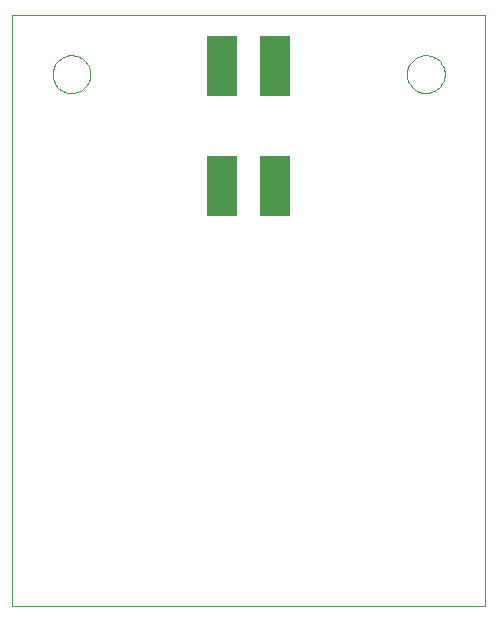
<source format=gbp>
G75*
%MOIN*%
%OFA0B0*%
%FSLAX24Y24*%
%IPPOS*%
%LPD*%
%AMOC8*
5,1,8,0,0,1.08239X$1,22.5*
%
%ADD10C,0.0039*%
%ADD11R,0.1000X0.2000*%
%ADD12C,0.0000*%
D10*
X001158Y000120D02*
X016906Y000120D01*
X016906Y019805D01*
X001158Y019805D01*
X001158Y000120D01*
D11*
X008158Y014120D03*
X009908Y014120D03*
X009908Y018120D03*
X008158Y018120D03*
D12*
X002497Y017836D02*
X002499Y017886D01*
X002505Y017936D01*
X002515Y017985D01*
X002529Y018033D01*
X002546Y018080D01*
X002567Y018125D01*
X002592Y018169D01*
X002620Y018210D01*
X002652Y018249D01*
X002686Y018286D01*
X002723Y018320D01*
X002763Y018350D01*
X002805Y018377D01*
X002849Y018401D01*
X002895Y018422D01*
X002942Y018438D01*
X002990Y018451D01*
X003040Y018460D01*
X003089Y018465D01*
X003140Y018466D01*
X003190Y018463D01*
X003239Y018456D01*
X003288Y018445D01*
X003336Y018430D01*
X003382Y018412D01*
X003427Y018390D01*
X003470Y018364D01*
X003511Y018335D01*
X003550Y018303D01*
X003586Y018268D01*
X003618Y018230D01*
X003648Y018190D01*
X003675Y018147D01*
X003698Y018103D01*
X003717Y018057D01*
X003733Y018009D01*
X003745Y017960D01*
X003753Y017911D01*
X003757Y017861D01*
X003757Y017811D01*
X003753Y017761D01*
X003745Y017712D01*
X003733Y017663D01*
X003717Y017615D01*
X003698Y017569D01*
X003675Y017525D01*
X003648Y017482D01*
X003618Y017442D01*
X003586Y017404D01*
X003550Y017369D01*
X003511Y017337D01*
X003470Y017308D01*
X003427Y017282D01*
X003382Y017260D01*
X003336Y017242D01*
X003288Y017227D01*
X003239Y017216D01*
X003190Y017209D01*
X003140Y017206D01*
X003089Y017207D01*
X003040Y017212D01*
X002990Y017221D01*
X002942Y017234D01*
X002895Y017250D01*
X002849Y017271D01*
X002805Y017295D01*
X002763Y017322D01*
X002723Y017352D01*
X002686Y017386D01*
X002652Y017423D01*
X002620Y017462D01*
X002592Y017503D01*
X002567Y017547D01*
X002546Y017592D01*
X002529Y017639D01*
X002515Y017687D01*
X002505Y017736D01*
X002499Y017786D01*
X002497Y017836D01*
X014308Y017836D02*
X014310Y017886D01*
X014316Y017936D01*
X014326Y017985D01*
X014340Y018033D01*
X014357Y018080D01*
X014378Y018125D01*
X014403Y018169D01*
X014431Y018210D01*
X014463Y018249D01*
X014497Y018286D01*
X014534Y018320D01*
X014574Y018350D01*
X014616Y018377D01*
X014660Y018401D01*
X014706Y018422D01*
X014753Y018438D01*
X014801Y018451D01*
X014851Y018460D01*
X014900Y018465D01*
X014951Y018466D01*
X015001Y018463D01*
X015050Y018456D01*
X015099Y018445D01*
X015147Y018430D01*
X015193Y018412D01*
X015238Y018390D01*
X015281Y018364D01*
X015322Y018335D01*
X015361Y018303D01*
X015397Y018268D01*
X015429Y018230D01*
X015459Y018190D01*
X015486Y018147D01*
X015509Y018103D01*
X015528Y018057D01*
X015544Y018009D01*
X015556Y017960D01*
X015564Y017911D01*
X015568Y017861D01*
X015568Y017811D01*
X015564Y017761D01*
X015556Y017712D01*
X015544Y017663D01*
X015528Y017615D01*
X015509Y017569D01*
X015486Y017525D01*
X015459Y017482D01*
X015429Y017442D01*
X015397Y017404D01*
X015361Y017369D01*
X015322Y017337D01*
X015281Y017308D01*
X015238Y017282D01*
X015193Y017260D01*
X015147Y017242D01*
X015099Y017227D01*
X015050Y017216D01*
X015001Y017209D01*
X014951Y017206D01*
X014900Y017207D01*
X014851Y017212D01*
X014801Y017221D01*
X014753Y017234D01*
X014706Y017250D01*
X014660Y017271D01*
X014616Y017295D01*
X014574Y017322D01*
X014534Y017352D01*
X014497Y017386D01*
X014463Y017423D01*
X014431Y017462D01*
X014403Y017503D01*
X014378Y017547D01*
X014357Y017592D01*
X014340Y017639D01*
X014326Y017687D01*
X014316Y017736D01*
X014310Y017786D01*
X014308Y017836D01*
M02*

</source>
